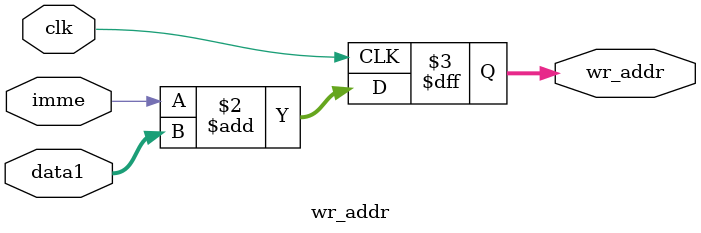
<source format=v>
`timescale 1ns / 1ps

//µØÖ·¼ÆËã
module wr_addr(
     input clk,
     input imme,
     input [31:0] data1,
     output reg [31:0] wr_addr
    );
    always @(negedge clk) 
    begin
    wr_addr <= imme + data1;
    end
endmodule

</source>
